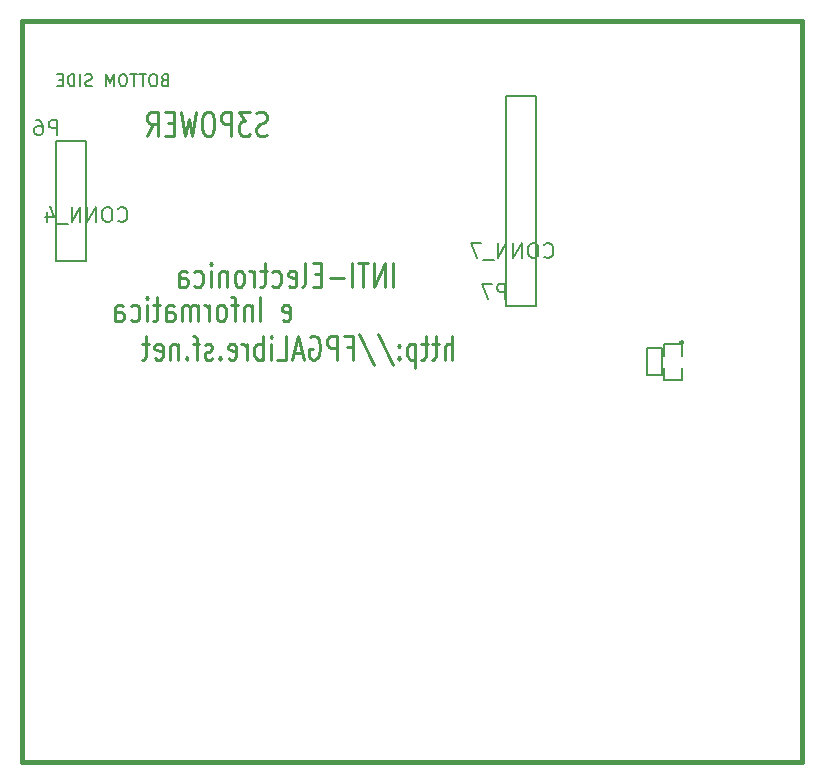
<source format=gbo>
G04 (created by PCBNEW-RS274X (2010-03-14)-final) date jue 03 nov 2011 22:05:38 ART*
G01*
G70*
G90*
%MOIN*%
G04 Gerber Fmt 3.4, Leading zero omitted, Abs format*
%FSLAX34Y34*%
G04 APERTURE LIST*
%ADD10C,0.000100*%
%ADD11C,0.015000*%
%ADD12C,0.010000*%
%ADD13C,0.006600*%
%ADD14C,0.005000*%
%ADD15C,0.008000*%
G04 APERTURE END LIST*
G54D10*
G54D11*
X41250Y-29200D02*
X41400Y-29200D01*
X41250Y-53900D02*
X41250Y-29200D01*
X41400Y-53900D02*
X41250Y-53900D01*
X41550Y-53900D02*
X41400Y-53900D01*
X41700Y-53900D02*
X41550Y-53900D01*
X41850Y-53900D02*
X41700Y-53900D01*
X67250Y-53900D02*
X41850Y-53900D01*
X67250Y-29200D02*
X67250Y-53900D01*
X67150Y-29200D02*
X67250Y-29200D01*
X41300Y-29200D02*
X67150Y-29200D01*
G54D12*
X49942Y-39156D02*
X49999Y-39194D01*
X50113Y-39194D01*
X50170Y-39156D01*
X50199Y-39080D01*
X50199Y-38775D01*
X50170Y-38699D01*
X50113Y-38660D01*
X49999Y-38660D01*
X49942Y-38699D01*
X49913Y-38775D01*
X49913Y-38851D01*
X50199Y-38927D01*
X49199Y-39194D02*
X49199Y-38394D01*
X48913Y-38660D02*
X48913Y-39194D01*
X48913Y-38737D02*
X48885Y-38699D01*
X48827Y-38660D01*
X48742Y-38660D01*
X48685Y-38699D01*
X48656Y-38775D01*
X48656Y-39194D01*
X48456Y-38660D02*
X48227Y-38660D01*
X48370Y-39194D02*
X48370Y-38508D01*
X48342Y-38432D01*
X48284Y-38394D01*
X48227Y-38394D01*
X47941Y-39194D02*
X47999Y-39156D01*
X48027Y-39118D01*
X48056Y-39041D01*
X48056Y-38813D01*
X48027Y-38737D01*
X47999Y-38699D01*
X47941Y-38660D01*
X47856Y-38660D01*
X47799Y-38699D01*
X47770Y-38737D01*
X47741Y-38813D01*
X47741Y-39041D01*
X47770Y-39118D01*
X47799Y-39156D01*
X47856Y-39194D01*
X47941Y-39194D01*
X47484Y-39194D02*
X47484Y-38660D01*
X47484Y-38813D02*
X47456Y-38737D01*
X47427Y-38699D01*
X47370Y-38660D01*
X47313Y-38660D01*
X47113Y-39194D02*
X47113Y-38660D01*
X47113Y-38737D02*
X47085Y-38699D01*
X47027Y-38660D01*
X46942Y-38660D01*
X46885Y-38699D01*
X46856Y-38775D01*
X46856Y-39194D01*
X46856Y-38775D02*
X46827Y-38699D01*
X46770Y-38660D01*
X46685Y-38660D01*
X46627Y-38699D01*
X46599Y-38775D01*
X46599Y-39194D01*
X46056Y-39194D02*
X46056Y-38775D01*
X46085Y-38699D01*
X46142Y-38660D01*
X46256Y-38660D01*
X46313Y-38699D01*
X46056Y-39156D02*
X46113Y-39194D01*
X46256Y-39194D01*
X46313Y-39156D01*
X46342Y-39080D01*
X46342Y-39003D01*
X46313Y-38927D01*
X46256Y-38889D01*
X46113Y-38889D01*
X46056Y-38851D01*
X45856Y-38660D02*
X45627Y-38660D01*
X45770Y-38394D02*
X45770Y-39080D01*
X45742Y-39156D01*
X45684Y-39194D01*
X45627Y-39194D01*
X45427Y-39194D02*
X45427Y-38660D01*
X45427Y-38394D02*
X45456Y-38432D01*
X45427Y-38470D01*
X45399Y-38432D01*
X45427Y-38394D01*
X45427Y-38470D01*
X44884Y-39156D02*
X44941Y-39194D01*
X45055Y-39194D01*
X45113Y-39156D01*
X45141Y-39118D01*
X45170Y-39041D01*
X45170Y-38813D01*
X45141Y-38737D01*
X45113Y-38699D01*
X45055Y-38660D01*
X44941Y-38660D01*
X44884Y-38699D01*
X44370Y-39194D02*
X44370Y-38775D01*
X44399Y-38699D01*
X44456Y-38660D01*
X44570Y-38660D01*
X44627Y-38699D01*
X44370Y-39156D02*
X44427Y-39194D01*
X44570Y-39194D01*
X44627Y-39156D01*
X44656Y-39080D01*
X44656Y-39003D01*
X44627Y-38927D01*
X44570Y-38889D01*
X44427Y-38889D01*
X44370Y-38851D01*
X53631Y-38054D02*
X53631Y-37254D01*
X53345Y-38054D02*
X53345Y-37254D01*
X53002Y-38054D01*
X53002Y-37254D01*
X52802Y-37254D02*
X52459Y-37254D01*
X52630Y-38054D02*
X52630Y-37254D01*
X52259Y-38054D02*
X52259Y-37254D01*
X51973Y-37749D02*
X51516Y-37749D01*
X51230Y-37635D02*
X51030Y-37635D01*
X50944Y-38054D02*
X51230Y-38054D01*
X51230Y-37254D01*
X50944Y-37254D01*
X50601Y-38054D02*
X50659Y-38016D01*
X50687Y-37940D01*
X50687Y-37254D01*
X50145Y-38016D02*
X50202Y-38054D01*
X50316Y-38054D01*
X50373Y-38016D01*
X50402Y-37940D01*
X50402Y-37635D01*
X50373Y-37559D01*
X50316Y-37520D01*
X50202Y-37520D01*
X50145Y-37559D01*
X50116Y-37635D01*
X50116Y-37711D01*
X50402Y-37787D01*
X49602Y-38016D02*
X49659Y-38054D01*
X49773Y-38054D01*
X49831Y-38016D01*
X49859Y-37978D01*
X49888Y-37901D01*
X49888Y-37673D01*
X49859Y-37597D01*
X49831Y-37559D01*
X49773Y-37520D01*
X49659Y-37520D01*
X49602Y-37559D01*
X49431Y-37520D02*
X49202Y-37520D01*
X49345Y-37254D02*
X49345Y-37940D01*
X49317Y-38016D01*
X49259Y-38054D01*
X49202Y-38054D01*
X49002Y-38054D02*
X49002Y-37520D01*
X49002Y-37673D02*
X48974Y-37597D01*
X48945Y-37559D01*
X48888Y-37520D01*
X48831Y-37520D01*
X48545Y-38054D02*
X48603Y-38016D01*
X48631Y-37978D01*
X48660Y-37901D01*
X48660Y-37673D01*
X48631Y-37597D01*
X48603Y-37559D01*
X48545Y-37520D01*
X48460Y-37520D01*
X48403Y-37559D01*
X48374Y-37597D01*
X48345Y-37673D01*
X48345Y-37901D01*
X48374Y-37978D01*
X48403Y-38016D01*
X48460Y-38054D01*
X48545Y-38054D01*
X48088Y-37520D02*
X48088Y-38054D01*
X48088Y-37597D02*
X48060Y-37559D01*
X48002Y-37520D01*
X47917Y-37520D01*
X47860Y-37559D01*
X47831Y-37635D01*
X47831Y-38054D01*
X47545Y-38054D02*
X47545Y-37520D01*
X47545Y-37254D02*
X47574Y-37292D01*
X47545Y-37330D01*
X47517Y-37292D01*
X47545Y-37254D01*
X47545Y-37330D01*
X47002Y-38016D02*
X47059Y-38054D01*
X47173Y-38054D01*
X47231Y-38016D01*
X47259Y-37978D01*
X47288Y-37901D01*
X47288Y-37673D01*
X47259Y-37597D01*
X47231Y-37559D01*
X47173Y-37520D01*
X47059Y-37520D01*
X47002Y-37559D01*
X46488Y-38054D02*
X46488Y-37635D01*
X46517Y-37559D01*
X46574Y-37520D01*
X46688Y-37520D01*
X46745Y-37559D01*
X46488Y-38016D02*
X46545Y-38054D01*
X46688Y-38054D01*
X46745Y-38016D01*
X46774Y-37940D01*
X46774Y-37863D01*
X46745Y-37787D01*
X46688Y-37749D01*
X46545Y-37749D01*
X46488Y-37711D01*
X55599Y-40484D02*
X55599Y-39684D01*
X55342Y-40484D02*
X55342Y-40065D01*
X55371Y-39989D01*
X55428Y-39950D01*
X55513Y-39950D01*
X55571Y-39989D01*
X55599Y-40027D01*
X55142Y-39950D02*
X54913Y-39950D01*
X55056Y-39684D02*
X55056Y-40370D01*
X55028Y-40446D01*
X54970Y-40484D01*
X54913Y-40484D01*
X54799Y-39950D02*
X54570Y-39950D01*
X54713Y-39684D02*
X54713Y-40370D01*
X54685Y-40446D01*
X54627Y-40484D01*
X54570Y-40484D01*
X54370Y-39950D02*
X54370Y-40750D01*
X54370Y-39989D02*
X54313Y-39950D01*
X54199Y-39950D01*
X54142Y-39989D01*
X54113Y-40027D01*
X54084Y-40103D01*
X54084Y-40331D01*
X54113Y-40408D01*
X54142Y-40446D01*
X54199Y-40484D01*
X54313Y-40484D01*
X54370Y-40446D01*
X53827Y-40408D02*
X53799Y-40446D01*
X53827Y-40484D01*
X53856Y-40446D01*
X53827Y-40408D01*
X53827Y-40484D01*
X53827Y-39989D02*
X53799Y-40027D01*
X53827Y-40065D01*
X53856Y-40027D01*
X53827Y-39989D01*
X53827Y-40065D01*
X53113Y-39646D02*
X53627Y-40674D01*
X52484Y-39646D02*
X52998Y-40674D01*
X52083Y-40065D02*
X52283Y-40065D01*
X52283Y-40484D02*
X52283Y-39684D01*
X51997Y-39684D01*
X51769Y-40484D02*
X51769Y-39684D01*
X51541Y-39684D01*
X51483Y-39722D01*
X51455Y-39760D01*
X51426Y-39836D01*
X51426Y-39950D01*
X51455Y-40027D01*
X51483Y-40065D01*
X51541Y-40103D01*
X51769Y-40103D01*
X50855Y-39722D02*
X50912Y-39684D01*
X50998Y-39684D01*
X51083Y-39722D01*
X51141Y-39798D01*
X51169Y-39874D01*
X51198Y-40027D01*
X51198Y-40141D01*
X51169Y-40293D01*
X51141Y-40370D01*
X51083Y-40446D01*
X50998Y-40484D01*
X50941Y-40484D01*
X50855Y-40446D01*
X50826Y-40408D01*
X50826Y-40141D01*
X50941Y-40141D01*
X50598Y-40255D02*
X50312Y-40255D01*
X50655Y-40484D02*
X50455Y-39684D01*
X50255Y-40484D01*
X49769Y-40484D02*
X50055Y-40484D01*
X50055Y-39684D01*
X49569Y-40484D02*
X49569Y-39950D01*
X49569Y-39684D02*
X49598Y-39722D01*
X49569Y-39760D01*
X49541Y-39722D01*
X49569Y-39684D01*
X49569Y-39760D01*
X49283Y-40484D02*
X49283Y-39684D01*
X49283Y-39989D02*
X49226Y-39950D01*
X49112Y-39950D01*
X49055Y-39989D01*
X49026Y-40027D01*
X48997Y-40103D01*
X48997Y-40331D01*
X49026Y-40408D01*
X49055Y-40446D01*
X49112Y-40484D01*
X49226Y-40484D01*
X49283Y-40446D01*
X48740Y-40484D02*
X48740Y-39950D01*
X48740Y-40103D02*
X48712Y-40027D01*
X48683Y-39989D01*
X48626Y-39950D01*
X48569Y-39950D01*
X48141Y-40446D02*
X48198Y-40484D01*
X48312Y-40484D01*
X48369Y-40446D01*
X48398Y-40370D01*
X48398Y-40065D01*
X48369Y-39989D01*
X48312Y-39950D01*
X48198Y-39950D01*
X48141Y-39989D01*
X48112Y-40065D01*
X48112Y-40141D01*
X48398Y-40217D01*
X47855Y-40408D02*
X47827Y-40446D01*
X47855Y-40484D01*
X47884Y-40446D01*
X47855Y-40408D01*
X47855Y-40484D01*
X47598Y-40446D02*
X47541Y-40484D01*
X47426Y-40484D01*
X47369Y-40446D01*
X47341Y-40370D01*
X47341Y-40331D01*
X47369Y-40255D01*
X47426Y-40217D01*
X47512Y-40217D01*
X47569Y-40179D01*
X47598Y-40103D01*
X47598Y-40065D01*
X47569Y-39989D01*
X47512Y-39950D01*
X47426Y-39950D01*
X47369Y-39989D01*
X47169Y-39950D02*
X46940Y-39950D01*
X47083Y-40484D02*
X47083Y-39798D01*
X47055Y-39722D01*
X46997Y-39684D01*
X46940Y-39684D01*
X46740Y-40408D02*
X46712Y-40446D01*
X46740Y-40484D01*
X46769Y-40446D01*
X46740Y-40408D01*
X46740Y-40484D01*
X46454Y-39950D02*
X46454Y-40484D01*
X46454Y-40027D02*
X46426Y-39989D01*
X46368Y-39950D01*
X46283Y-39950D01*
X46226Y-39989D01*
X46197Y-40065D01*
X46197Y-40484D01*
X45683Y-40446D02*
X45740Y-40484D01*
X45854Y-40484D01*
X45911Y-40446D01*
X45940Y-40370D01*
X45940Y-40065D01*
X45911Y-39989D01*
X45854Y-39950D01*
X45740Y-39950D01*
X45683Y-39989D01*
X45654Y-40065D01*
X45654Y-40141D01*
X45940Y-40217D01*
X45483Y-39950D02*
X45254Y-39950D01*
X45397Y-39684D02*
X45397Y-40370D01*
X45369Y-40446D01*
X45311Y-40484D01*
X45254Y-40484D01*
X49406Y-32986D02*
X49320Y-33024D01*
X49177Y-33024D01*
X49120Y-32986D01*
X49091Y-32948D01*
X49063Y-32871D01*
X49063Y-32795D01*
X49091Y-32719D01*
X49120Y-32681D01*
X49177Y-32643D01*
X49291Y-32605D01*
X49349Y-32567D01*
X49377Y-32529D01*
X49406Y-32452D01*
X49406Y-32376D01*
X49377Y-32300D01*
X49349Y-32262D01*
X49291Y-32224D01*
X49149Y-32224D01*
X49063Y-32262D01*
X48863Y-32224D02*
X48492Y-32224D01*
X48692Y-32529D01*
X48606Y-32529D01*
X48549Y-32567D01*
X48520Y-32605D01*
X48492Y-32681D01*
X48492Y-32871D01*
X48520Y-32948D01*
X48549Y-32986D01*
X48606Y-33024D01*
X48778Y-33024D01*
X48835Y-32986D01*
X48863Y-32948D01*
X48235Y-33024D02*
X48235Y-32224D01*
X48007Y-32224D01*
X47949Y-32262D01*
X47921Y-32300D01*
X47892Y-32376D01*
X47892Y-32490D01*
X47921Y-32567D01*
X47949Y-32605D01*
X48007Y-32643D01*
X48235Y-32643D01*
X47521Y-32224D02*
X47407Y-32224D01*
X47349Y-32262D01*
X47292Y-32338D01*
X47264Y-32490D01*
X47264Y-32757D01*
X47292Y-32910D01*
X47349Y-32986D01*
X47407Y-33024D01*
X47521Y-33024D01*
X47578Y-32986D01*
X47635Y-32910D01*
X47664Y-32757D01*
X47664Y-32490D01*
X47635Y-32338D01*
X47578Y-32262D01*
X47521Y-32224D01*
X47063Y-32224D02*
X46920Y-33024D01*
X46806Y-32452D01*
X46692Y-33024D01*
X46549Y-32224D01*
X46320Y-32605D02*
X46120Y-32605D01*
X46034Y-33024D02*
X46320Y-33024D01*
X46320Y-32224D01*
X46034Y-32224D01*
X45434Y-33024D02*
X45634Y-32643D01*
X45777Y-33024D02*
X45777Y-32224D01*
X45549Y-32224D01*
X45491Y-32262D01*
X45463Y-32300D01*
X45434Y-32376D01*
X45434Y-32490D01*
X45463Y-32567D01*
X45491Y-32605D01*
X45549Y-32643D01*
X45777Y-32643D01*
G54D13*
X46006Y-31163D02*
X45950Y-31182D01*
X45931Y-31201D01*
X45912Y-31238D01*
X45912Y-31294D01*
X45931Y-31332D01*
X45950Y-31351D01*
X45987Y-31369D01*
X46137Y-31369D01*
X46137Y-30975D01*
X46006Y-30975D01*
X45968Y-30994D01*
X45950Y-31013D01*
X45931Y-31051D01*
X45931Y-31088D01*
X45950Y-31126D01*
X45968Y-31144D01*
X46006Y-31163D01*
X46137Y-31163D01*
X45668Y-30975D02*
X45593Y-30975D01*
X45556Y-30994D01*
X45518Y-31032D01*
X45499Y-31107D01*
X45499Y-31238D01*
X45518Y-31313D01*
X45556Y-31351D01*
X45593Y-31369D01*
X45668Y-31369D01*
X45706Y-31351D01*
X45743Y-31313D01*
X45762Y-31238D01*
X45762Y-31107D01*
X45743Y-31032D01*
X45706Y-30994D01*
X45668Y-30975D01*
X45386Y-30975D02*
X45161Y-30975D01*
X45274Y-31369D02*
X45274Y-30975D01*
X45086Y-30975D02*
X44861Y-30975D01*
X44974Y-31369D02*
X44974Y-30975D01*
X44655Y-30975D02*
X44580Y-30975D01*
X44543Y-30994D01*
X44505Y-31032D01*
X44486Y-31107D01*
X44486Y-31238D01*
X44505Y-31313D01*
X44543Y-31351D01*
X44580Y-31369D01*
X44655Y-31369D01*
X44693Y-31351D01*
X44730Y-31313D01*
X44749Y-31238D01*
X44749Y-31107D01*
X44730Y-31032D01*
X44693Y-30994D01*
X44655Y-30975D01*
X44317Y-31369D02*
X44317Y-30975D01*
X44186Y-31257D01*
X44055Y-30975D01*
X44055Y-31369D01*
X43586Y-31351D02*
X43530Y-31369D01*
X43436Y-31369D01*
X43398Y-31351D01*
X43380Y-31332D01*
X43361Y-31294D01*
X43361Y-31257D01*
X43380Y-31219D01*
X43398Y-31201D01*
X43436Y-31182D01*
X43511Y-31163D01*
X43548Y-31144D01*
X43567Y-31126D01*
X43586Y-31088D01*
X43586Y-31051D01*
X43567Y-31013D01*
X43548Y-30994D01*
X43511Y-30975D01*
X43417Y-30975D01*
X43361Y-30994D01*
X43192Y-31369D02*
X43192Y-30975D01*
X43004Y-31369D02*
X43004Y-30975D01*
X42910Y-30975D01*
X42854Y-30994D01*
X42817Y-31032D01*
X42798Y-31069D01*
X42779Y-31144D01*
X42779Y-31201D01*
X42798Y-31276D01*
X42817Y-31313D01*
X42854Y-31351D01*
X42910Y-31369D01*
X43004Y-31369D01*
X42610Y-31163D02*
X42479Y-31163D01*
X42423Y-31369D02*
X42610Y-31369D01*
X42610Y-30975D01*
X42423Y-30975D01*
G54D14*
X63300Y-39900D02*
X63299Y-39909D01*
X63296Y-39919D01*
X63291Y-39927D01*
X63285Y-39935D01*
X63277Y-39941D01*
X63269Y-39946D01*
X63260Y-39948D01*
X63250Y-39949D01*
X63241Y-39949D01*
X63232Y-39946D01*
X63223Y-39941D01*
X63216Y-39935D01*
X63209Y-39928D01*
X63205Y-39919D01*
X63202Y-39910D01*
X63201Y-39900D01*
X63201Y-39891D01*
X63204Y-39882D01*
X63208Y-39873D01*
X63215Y-39866D01*
X63222Y-39859D01*
X63230Y-39855D01*
X63240Y-39852D01*
X63249Y-39851D01*
X63258Y-39851D01*
X63268Y-39854D01*
X63276Y-39858D01*
X63284Y-39864D01*
X63290Y-39872D01*
X63295Y-39880D01*
X63298Y-39889D01*
X63299Y-39899D01*
X63300Y-39900D01*
X63250Y-40350D02*
X63250Y-39950D01*
X63250Y-39950D02*
X62650Y-39950D01*
X62650Y-39950D02*
X62650Y-40350D01*
X62650Y-40750D02*
X62650Y-41150D01*
X62650Y-41150D02*
X63250Y-41150D01*
X63250Y-41150D02*
X63250Y-40750D01*
X62100Y-40100D02*
X62100Y-41000D01*
X62100Y-41000D02*
X62600Y-41000D01*
X62600Y-41000D02*
X62600Y-40100D01*
X62600Y-40100D02*
X62100Y-40100D01*
X57400Y-38700D02*
X58400Y-38700D01*
X58400Y-38700D02*
X58400Y-31700D01*
X58400Y-31700D02*
X57400Y-31700D01*
X57400Y-31700D02*
X57400Y-38700D01*
X42400Y-37200D02*
X43400Y-37200D01*
X43400Y-37200D02*
X43400Y-33200D01*
X43400Y-33200D02*
X42400Y-33200D01*
X42400Y-33200D02*
X42400Y-37200D01*
G54D15*
X57369Y-38452D02*
X57369Y-37952D01*
X57178Y-37952D01*
X57131Y-37976D01*
X57107Y-38000D01*
X57083Y-38048D01*
X57083Y-38119D01*
X57107Y-38167D01*
X57131Y-38190D01*
X57178Y-38214D01*
X57369Y-38214D01*
X56917Y-37952D02*
X56583Y-37952D01*
X56798Y-38452D01*
X58659Y-37055D02*
X58683Y-37079D01*
X58754Y-37102D01*
X58802Y-37102D01*
X58874Y-37079D01*
X58921Y-37031D01*
X58945Y-36983D01*
X58969Y-36888D01*
X58969Y-36817D01*
X58945Y-36721D01*
X58921Y-36674D01*
X58874Y-36626D01*
X58802Y-36602D01*
X58754Y-36602D01*
X58683Y-36626D01*
X58659Y-36650D01*
X58350Y-36602D02*
X58254Y-36602D01*
X58207Y-36626D01*
X58159Y-36674D01*
X58135Y-36769D01*
X58135Y-36936D01*
X58159Y-37031D01*
X58207Y-37079D01*
X58254Y-37102D01*
X58350Y-37102D01*
X58397Y-37079D01*
X58445Y-37031D01*
X58469Y-36936D01*
X58469Y-36769D01*
X58445Y-36674D01*
X58397Y-36626D01*
X58350Y-36602D01*
X57921Y-37102D02*
X57921Y-36602D01*
X57635Y-37102D01*
X57635Y-36602D01*
X57397Y-37102D02*
X57397Y-36602D01*
X57111Y-37102D01*
X57111Y-36602D01*
X56992Y-37150D02*
X56611Y-37150D01*
X56540Y-36602D02*
X56206Y-36602D01*
X56421Y-37102D01*
X42429Y-33002D02*
X42429Y-32502D01*
X42238Y-32502D01*
X42191Y-32526D01*
X42167Y-32550D01*
X42143Y-32598D01*
X42143Y-32669D01*
X42167Y-32717D01*
X42191Y-32740D01*
X42238Y-32764D01*
X42429Y-32764D01*
X41715Y-32502D02*
X41810Y-32502D01*
X41858Y-32526D01*
X41881Y-32550D01*
X41929Y-32621D01*
X41953Y-32717D01*
X41953Y-32907D01*
X41929Y-32955D01*
X41905Y-32979D01*
X41858Y-33002D01*
X41762Y-33002D01*
X41715Y-32979D01*
X41691Y-32955D01*
X41667Y-32907D01*
X41667Y-32788D01*
X41691Y-32740D01*
X41715Y-32717D01*
X41762Y-32693D01*
X41858Y-32693D01*
X41905Y-32717D01*
X41929Y-32740D01*
X41953Y-32788D01*
X44459Y-35855D02*
X44483Y-35879D01*
X44554Y-35902D01*
X44602Y-35902D01*
X44674Y-35879D01*
X44721Y-35831D01*
X44745Y-35783D01*
X44769Y-35688D01*
X44769Y-35617D01*
X44745Y-35521D01*
X44721Y-35474D01*
X44674Y-35426D01*
X44602Y-35402D01*
X44554Y-35402D01*
X44483Y-35426D01*
X44459Y-35450D01*
X44150Y-35402D02*
X44054Y-35402D01*
X44007Y-35426D01*
X43959Y-35474D01*
X43935Y-35569D01*
X43935Y-35736D01*
X43959Y-35831D01*
X44007Y-35879D01*
X44054Y-35902D01*
X44150Y-35902D01*
X44197Y-35879D01*
X44245Y-35831D01*
X44269Y-35736D01*
X44269Y-35569D01*
X44245Y-35474D01*
X44197Y-35426D01*
X44150Y-35402D01*
X43721Y-35902D02*
X43721Y-35402D01*
X43435Y-35902D01*
X43435Y-35402D01*
X43197Y-35902D02*
X43197Y-35402D01*
X42911Y-35902D01*
X42911Y-35402D01*
X42792Y-35950D02*
X42411Y-35950D01*
X42078Y-35569D02*
X42078Y-35902D01*
X42197Y-35379D02*
X42316Y-35736D01*
X42006Y-35736D01*
M02*

</source>
